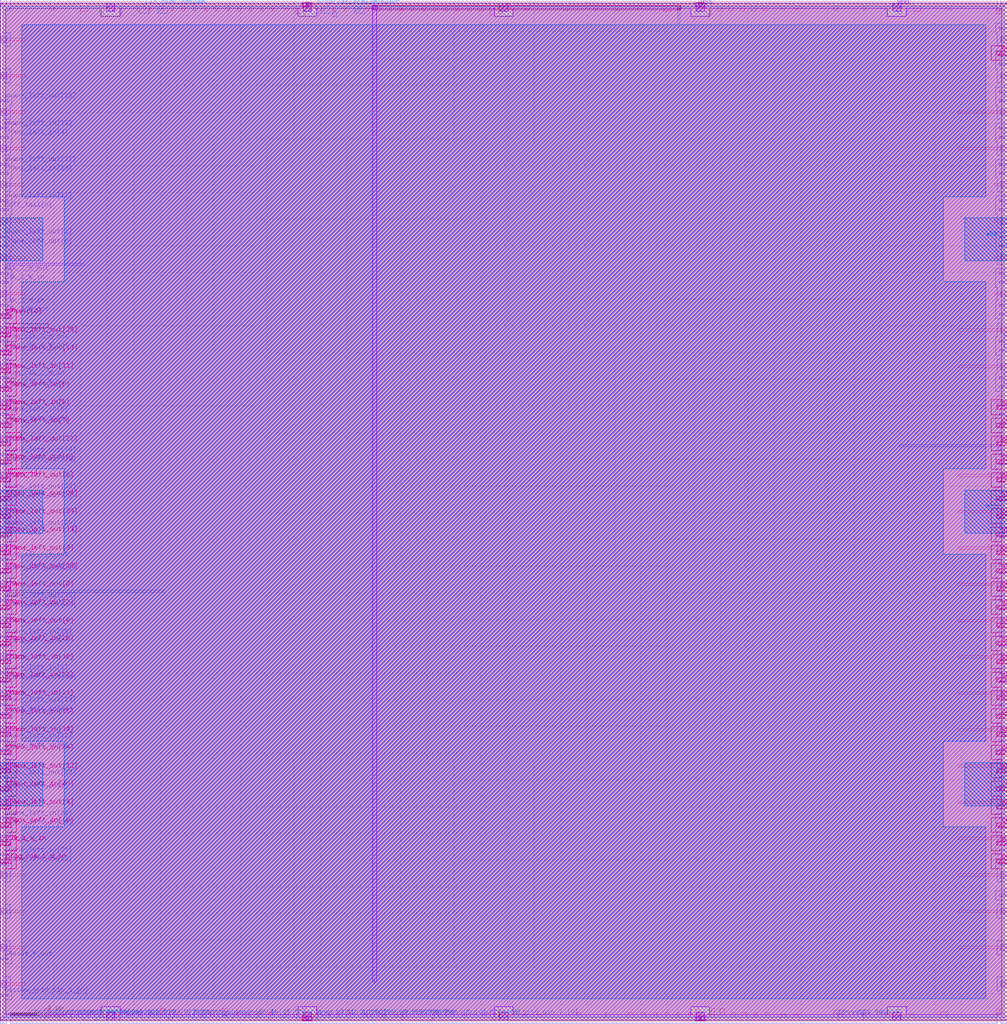
<source format=lef>
VERSION 5.7 ;
BUSBITCHARS "[]" ;

UNITS
  DATABASE MICRONS 1000 ;
END UNITS

MANUFACTURINGGRID 0.005 ;

LAYER li1
  TYPE ROUTING ;
  DIRECTION VERTICAL ;
  PITCH 0.46 ;
  WIDTH 0.17 ;
END li1

LAYER mcon
  TYPE CUT ;
END mcon

LAYER met1
  TYPE ROUTING ;
  DIRECTION HORIZONTAL ;
  PITCH 0.34 ;
  WIDTH 0.14 ;
END met1

LAYER via
  TYPE CUT ;
END via

LAYER met2
  TYPE ROUTING ;
  DIRECTION VERTICAL ;
  PITCH 0.46 ;
  WIDTH 0.14 ;
END met2

LAYER via2
  TYPE CUT ;
END via2

LAYER met3
  TYPE ROUTING ;
  DIRECTION HORIZONTAL ;
  PITCH 0.68 ;
  WIDTH 0.3 ;
END met3

LAYER via3
  TYPE CUT ;
END via3

LAYER met4
  TYPE ROUTING ;
  DIRECTION VERTICAL ;
  PITCH 0.92 ;
  WIDTH 0.3 ;
END met4

LAYER via4
  TYPE CUT ;
END via4

LAYER met5
  TYPE ROUTING ;
  DIRECTION HORIZONTAL ;
  PITCH 3.4 ;
  WIDTH 1.6 ;
END met5

LAYER nwell
  TYPE MASTERSLICE ;
END nwell

LAYER pwell
  TYPE MASTERSLICE ;
END pwell

LAYER OVERLAP
  TYPE OVERLAP ;
END OVERLAP

VIA L1M1_PR
  LAYER li1 ;
    RECT -0.085 -0.085 0.085 0.085 ;
  LAYER mcon ;
    RECT -0.085 -0.085 0.085 0.085 ;
  LAYER met1 ;
    RECT -0.145 -0.115 0.145 0.115 ;
END L1M1_PR

VIA L1M1_PR_R
  LAYER li1 ;
    RECT -0.085 -0.085 0.085 0.085 ;
  LAYER mcon ;
    RECT -0.085 -0.085 0.085 0.085 ;
  LAYER met1 ;
    RECT -0.115 -0.145 0.115 0.145 ;
END L1M1_PR_R

VIA L1M1_PR_M
  LAYER li1 ;
    RECT -0.085 -0.085 0.085 0.085 ;
  LAYER mcon ;
    RECT -0.085 -0.085 0.085 0.085 ;
  LAYER met1 ;
    RECT -0.115 -0.145 0.115 0.145 ;
END L1M1_PR_M

VIA L1M1_PR_MR
  LAYER li1 ;
    RECT -0.085 -0.085 0.085 0.085 ;
  LAYER mcon ;
    RECT -0.085 -0.085 0.085 0.085 ;
  LAYER met1 ;
    RECT -0.145 -0.115 0.145 0.115 ;
END L1M1_PR_MR

VIA L1M1_PR_C
  LAYER li1 ;
    RECT -0.085 -0.085 0.085 0.085 ;
  LAYER mcon ;
    RECT -0.085 -0.085 0.085 0.085 ;
  LAYER met1 ;
    RECT -0.145 -0.145 0.145 0.145 ;
END L1M1_PR_C

VIA M1M2_PR
  LAYER met1 ;
    RECT -0.16 -0.13 0.16 0.13 ;
  LAYER via ;
    RECT -0.075 -0.075 0.075 0.075 ;
  LAYER met2 ;
    RECT -0.13 -0.16 0.13 0.16 ;
END M1M2_PR

VIA M1M2_PR_Enc
  LAYER met1 ;
    RECT -0.16 -0.13 0.16 0.13 ;
  LAYER via ;
    RECT -0.075 -0.075 0.075 0.075 ;
  LAYER met2 ;
    RECT -0.16 -0.13 0.16 0.13 ;
END M1M2_PR_Enc

VIA M1M2_PR_R
  LAYER met1 ;
    RECT -0.13 -0.16 0.13 0.16 ;
  LAYER via ;
    RECT -0.075 -0.075 0.075 0.075 ;
  LAYER met2 ;
    RECT -0.16 -0.13 0.16 0.13 ;
END M1M2_PR_R

VIA M1M2_PR_R_Enc
  LAYER met1 ;
    RECT -0.13 -0.16 0.13 0.16 ;
  LAYER via ;
    RECT -0.075 -0.075 0.075 0.075 ;
  LAYER met2 ;
    RECT -0.13 -0.16 0.13 0.16 ;
END M1M2_PR_R_Enc

VIA M1M2_PR_M
  LAYER met1 ;
    RECT -0.16 -0.13 0.16 0.13 ;
  LAYER via ;
    RECT -0.075 -0.075 0.075 0.075 ;
  LAYER met2 ;
    RECT -0.16 -0.13 0.16 0.13 ;
END M1M2_PR_M

VIA M1M2_PR_M_Enc
  LAYER met1 ;
    RECT -0.16 -0.13 0.16 0.13 ;
  LAYER via ;
    RECT -0.075 -0.075 0.075 0.075 ;
  LAYER met2 ;
    RECT -0.13 -0.16 0.13 0.16 ;
END M1M2_PR_M_Enc

VIA M1M2_PR_MR
  LAYER met1 ;
    RECT -0.13 -0.16 0.13 0.16 ;
  LAYER via ;
    RECT -0.075 -0.075 0.075 0.075 ;
  LAYER met2 ;
    RECT -0.13 -0.16 0.13 0.16 ;
END M1M2_PR_MR

VIA M1M2_PR_MR_Enc
  LAYER met1 ;
    RECT -0.13 -0.16 0.13 0.16 ;
  LAYER via ;
    RECT -0.075 -0.075 0.075 0.075 ;
  LAYER met2 ;
    RECT -0.16 -0.13 0.16 0.13 ;
END M1M2_PR_MR_Enc

VIA M1M2_PR_C
  LAYER met1 ;
    RECT -0.16 -0.16 0.16 0.16 ;
  LAYER via ;
    RECT -0.075 -0.075 0.075 0.075 ;
  LAYER met2 ;
    RECT -0.16 -0.16 0.16 0.16 ;
END M1M2_PR_C

VIA M2M3_PR
  LAYER met2 ;
    RECT -0.14 -0.185 0.14 0.185 ;
  LAYER via2 ;
    RECT -0.1 -0.1 0.1 0.1 ;
  LAYER met3 ;
    RECT -0.165 -0.165 0.165 0.165 ;
END M2M3_PR

VIA M2M3_PR_R
  LAYER met2 ;
    RECT -0.185 -0.14 0.185 0.14 ;
  LAYER via2 ;
    RECT -0.1 -0.1 0.1 0.1 ;
  LAYER met3 ;
    RECT -0.165 -0.165 0.165 0.165 ;
END M2M3_PR_R

VIA M2M3_PR_M
  LAYER met2 ;
    RECT -0.14 -0.185 0.14 0.185 ;
  LAYER via2 ;
    RECT -0.1 -0.1 0.1 0.1 ;
  LAYER met3 ;
    RECT -0.165 -0.165 0.165 0.165 ;
END M2M3_PR_M

VIA M2M3_PR_MR
  LAYER met2 ;
    RECT -0.185 -0.14 0.185 0.14 ;
  LAYER via2 ;
    RECT -0.1 -0.1 0.1 0.1 ;
  LAYER met3 ;
    RECT -0.165 -0.165 0.165 0.165 ;
END M2M3_PR_MR

VIA M2M3_PR_C
  LAYER met2 ;
    RECT -0.185 -0.185 0.185 0.185 ;
  LAYER via2 ;
    RECT -0.1 -0.1 0.1 0.1 ;
  LAYER met3 ;
    RECT -0.165 -0.165 0.165 0.165 ;
END M2M3_PR_C

VIA M3M4_PR
  LAYER met3 ;
    RECT -0.19 -0.16 0.19 0.16 ;
  LAYER via3 ;
    RECT -0.1 -0.1 0.1 0.1 ;
  LAYER met4 ;
    RECT -0.165 -0.165 0.165 0.165 ;
END M3M4_PR

VIA M3M4_PR_R
  LAYER met3 ;
    RECT -0.16 -0.19 0.16 0.19 ;
  LAYER via3 ;
    RECT -0.1 -0.1 0.1 0.1 ;
  LAYER met4 ;
    RECT -0.165 -0.165 0.165 0.165 ;
END M3M4_PR_R

VIA M3M4_PR_M
  LAYER met3 ;
    RECT -0.19 -0.16 0.19 0.16 ;
  LAYER via3 ;
    RECT -0.1 -0.1 0.1 0.1 ;
  LAYER met4 ;
    RECT -0.165 -0.165 0.165 0.165 ;
END M3M4_PR_M

VIA M3M4_PR_MR
  LAYER met3 ;
    RECT -0.16 -0.19 0.16 0.19 ;
  LAYER via3 ;
    RECT -0.1 -0.1 0.1 0.1 ;
  LAYER met4 ;
    RECT -0.165 -0.165 0.165 0.165 ;
END M3M4_PR_MR

VIA M3M4_PR_C
  LAYER met3 ;
    RECT -0.19 -0.19 0.19 0.19 ;
  LAYER via3 ;
    RECT -0.1 -0.1 0.1 0.1 ;
  LAYER met4 ;
    RECT -0.165 -0.165 0.165 0.165 ;
END M3M4_PR_C

VIA M4M5_PR
  LAYER met4 ;
    RECT -0.59 -0.59 0.59 0.59 ;
  LAYER via4 ;
    RECT -0.4 -0.4 0.4 0.4 ;
  LAYER met5 ;
    RECT -0.71 -0.71 0.71 0.71 ;
END M4M5_PR

VIA M4M5_PR_R
  LAYER met4 ;
    RECT -0.59 -0.59 0.59 0.59 ;
  LAYER via4 ;
    RECT -0.4 -0.4 0.4 0.4 ;
  LAYER met5 ;
    RECT -0.71 -0.71 0.71 0.71 ;
END M4M5_PR_R

VIA M4M5_PR_M
  LAYER met4 ;
    RECT -0.59 -0.59 0.59 0.59 ;
  LAYER via4 ;
    RECT -0.4 -0.4 0.4 0.4 ;
  LAYER met5 ;
    RECT -0.71 -0.71 0.71 0.71 ;
END M4M5_PR_M

VIA M4M5_PR_MR
  LAYER met4 ;
    RECT -0.59 -0.59 0.59 0.59 ;
  LAYER via4 ;
    RECT -0.4 -0.4 0.4 0.4 ;
  LAYER met5 ;
    RECT -0.71 -0.71 0.71 0.71 ;
END M4M5_PR_MR

VIA M4M5_PR_C
  LAYER met4 ;
    RECT -0.59 -0.59 0.59 0.59 ;
  LAYER via4 ;
    RECT -0.4 -0.4 0.4 0.4 ;
  LAYER met5 ;
    RECT -0.71 -0.71 0.71 0.71 ;
END M4M5_PR_C

SITE unit
  CLASS CORE ;
  SYMMETRY Y ;
  SIZE 0.46 BY 2.72 ;
END unit

SITE unithddbl
  CLASS CORE ;
  SIZE 0.46 BY 5.44 ;
END unithddbl

MACRO cbx_1__1_
  CLASS BLOCK ;
  ORIGIN 0 0 ;
  SIZE 75.44 BY 76.16 ;
  SYMMETRY X Y ;
  PIN pReset[0]
    DIRECTION INPUT ;
    USE SIGNAL ;
    PORT
      LAYER met3 ;
        RECT 0 52.55 0.8 52.85 ;
    END
  END pReset[0]
  PIN chanx_left_in[0]
    DIRECTION INPUT ;
    USE SIGNAL ;
    PORT
      LAYER met1 ;
        RECT 0 45.32 0.595 45.46 ;
    END
  END chanx_left_in[0]
  PIN chanx_left_in[1]
    DIRECTION INPUT ;
    USE SIGNAL ;
    PORT
      LAYER met1 ;
        RECT 0 25.94 0.595 26.08 ;
    END
  END chanx_left_in[1]
  PIN chanx_left_in[2]
    DIRECTION INPUT ;
    USE SIGNAL ;
    PORT
      LAYER met1 ;
        RECT 0 17.1 0.595 17.24 ;
    END
  END chanx_left_in[2]
  PIN chanx_left_in[3]
    DIRECTION INPUT ;
    USE SIGNAL ;
    PORT
      LAYER met1 ;
        RECT 0 27.98 0.595 28.12 ;
    END
  END chanx_left_in[3]
  PIN chanx_left_in[4]
    DIRECTION INPUT ;
    USE SIGNAL ;
    PORT
      LAYER met1 ;
        RECT 0 66.06 0.595 66.2 ;
    END
  END chanx_left_in[4]
  PIN chanx_left_in[5]
    DIRECTION INPUT ;
    USE SIGNAL ;
    PORT
      LAYER met1 ;
        RECT 0 20.16 0.595 20.3 ;
    END
  END chanx_left_in[5]
  PIN chanx_left_in[6]
    DIRECTION INPUT ;
    USE SIGNAL ;
    PORT
      LAYER met1 ;
        RECT 0 44.64 0.595 44.78 ;
    END
  END chanx_left_in[6]
  PIN chanx_left_in[7]
    DIRECTION INPUT ;
    USE SIGNAL ;
    PORT
      LAYER met3 ;
        RECT 0 44.39 0.8 44.69 ;
    END
  END chanx_left_in[7]
  PIN chanx_left_in[8]
    DIRECTION INPUT ;
    USE SIGNAL ;
    PORT
      LAYER met3 ;
        RECT 0 47.11 0.8 47.41 ;
    END
  END chanx_left_in[8]
  PIN chanx_left_in[9]
    DIRECTION INPUT ;
    USE SIGNAL ;
    PORT
      LAYER met3 ;
        RECT 0 45.75 0.8 46.05 ;
    END
  END chanx_left_in[9]
  PIN chanx_left_in[10]
    DIRECTION INPUT ;
    USE SIGNAL ;
    PORT
      LAYER met3 ;
        RECT 0 26.71 0.8 27.01 ;
    END
  END chanx_left_in[10]
  PIN chanx_left_in[11]
    DIRECTION INPUT ;
    USE SIGNAL ;
    PORT
      LAYER met3 ;
        RECT 0 48.47 0.8 48.77 ;
    END
  END chanx_left_in[11]
  PIN chanx_left_in[12]
    DIRECTION INPUT ;
    USE SIGNAL ;
    PORT
      LAYER met1 ;
        RECT 0 20.84 0.595 20.98 ;
    END
  END chanx_left_in[12]
  PIN chanx_left_in[13]
    DIRECTION INPUT ;
    USE SIGNAL ;
    PORT
      LAYER met1 ;
        RECT 0 66.74 0.595 66.88 ;
    END
  END chanx_left_in[13]
  PIN chanx_left_in[14]
    DIRECTION INPUT ;
    USE SIGNAL ;
    PORT
      LAYER met3 ;
        RECT 0 21.27 0.8 21.57 ;
    END
  END chanx_left_in[14]
  PIN chanx_left_in[15]
    DIRECTION INPUT ;
    USE SIGNAL ;
    PORT
      LAYER met3 ;
        RECT 0 22.63 0.8 22.93 ;
    END
  END chanx_left_in[15]
  PIN chanx_left_in[16]
    DIRECTION INPUT ;
    USE SIGNAL ;
    PORT
      LAYER met1 ;
        RECT 0 63.34 0.595 63.48 ;
    END
  END chanx_left_in[16]
  PIN chanx_left_in[17]
    DIRECTION INPUT ;
    USE SIGNAL ;
    PORT
      LAYER met1 ;
        RECT 0 61.3 0.595 61.44 ;
    END
  END chanx_left_in[17]
  PIN chanx_left_in[18]
    DIRECTION INPUT ;
    USE SIGNAL ;
    PORT
      LAYER met1 ;
        RECT 0 28.66 0.595 28.8 ;
    END
  END chanx_left_in[18]
  PIN chanx_left_in[19]
    DIRECTION INPUT ;
    USE SIGNAL ;
    PORT
      LAYER met3 ;
        RECT 0 14.47 0.8 14.77 ;
    END
  END chanx_left_in[19]
  PIN chanx_left_in[20]
    DIRECTION INPUT ;
    USE SIGNAL ;
    PORT
      LAYER met3 ;
        RECT 0 17.19 0.8 17.49 ;
    END
  END chanx_left_in[20]
  PIN chanx_left_in[21]
    DIRECTION INPUT ;
    USE SIGNAL ;
    PORT
      LAYER met3 ;
        RECT 0 23.99 0.8 24.29 ;
    END
  END chanx_left_in[21]
  PIN chanx_left_in[22]
    DIRECTION INPUT ;
    USE SIGNAL ;
    PORT
      LAYER met1 ;
        RECT 0 15.06 0.595 15.2 ;
    END
  END chanx_left_in[22]
  PIN chanx_left_in[23]
    DIRECTION INPUT ;
    USE SIGNAL ;
    PORT
      LAYER met1 ;
        RECT 0 11.66 0.595 11.8 ;
    END
  END chanx_left_in[23]
  PIN chanx_left_in[24]
    DIRECTION INPUT ;
    USE SIGNAL ;
    PORT
      LAYER met3 ;
        RECT 0 19.91 0.8 20.21 ;
    END
  END chanx_left_in[24]
  PIN chanx_left_in[25]
    DIRECTION INPUT ;
    USE SIGNAL ;
    PORT
      LAYER met1 ;
        RECT 0 12.34 0.595 12.48 ;
    END
  END chanx_left_in[25]
  PIN chanx_left_in[26]
    DIRECTION INPUT ;
    USE SIGNAL ;
    PORT
      LAYER met3 ;
        RECT 0 28.07 0.8 28.37 ;
    END
  END chanx_left_in[26]
  PIN chanx_left_in[27]
    DIRECTION INPUT ;
    USE SIGNAL ;
    PORT
      LAYER met3 ;
        RECT 0 25.35 0.8 25.65 ;
    END
  END chanx_left_in[27]
  PIN chanx_left_in[28]
    DIRECTION INPUT ;
    USE SIGNAL ;
    PORT
      LAYER met1 ;
        RECT 0 14.38 0.595 14.52 ;
    END
  END chanx_left_in[28]
  PIN chanx_left_in[29]
    DIRECTION INPUT ;
    USE SIGNAL ;
    PORT
      LAYER met1 ;
        RECT 0 22.88 0.595 23.02 ;
    END
  END chanx_left_in[29]
  PIN chanx_right_in[0]
    DIRECTION INPUT ;
    USE SIGNAL ;
    PORT
      LAYER met1 ;
        RECT 74.845 20.16 75.44 20.3 ;
    END
  END chanx_right_in[0]
  PIN chanx_right_in[1]
    DIRECTION INPUT ;
    USE SIGNAL ;
    PORT
      LAYER met3 ;
        RECT 74.64 17.19 75.44 17.49 ;
    END
  END chanx_right_in[1]
  PIN chanx_right_in[2]
    DIRECTION INPUT ;
    USE SIGNAL ;
    PORT
      LAYER met1 ;
        RECT 74.845 28.66 75.44 28.8 ;
    END
  END chanx_right_in[2]
  PIN chanx_right_in[3]
    DIRECTION INPUT ;
    USE SIGNAL ;
    PORT
      LAYER met1 ;
        RECT 74.845 25.94 75.44 26.08 ;
    END
  END chanx_right_in[3]
  PIN chanx_right_in[4]
    DIRECTION INPUT ;
    USE SIGNAL ;
    PORT
      LAYER met1 ;
        RECT 74.845 15.06 75.44 15.2 ;
    END
  END chanx_right_in[4]
  PIN chanx_right_in[5]
    DIRECTION INPUT ;
    USE SIGNAL ;
    PORT
      LAYER met3 ;
        RECT 74.64 21.27 75.44 21.57 ;
    END
  END chanx_right_in[5]
  PIN chanx_right_in[6]
    DIRECTION INPUT ;
    USE SIGNAL ;
    PORT
      LAYER met1 ;
        RECT 74.845 27.98 75.44 28.12 ;
    END
  END chanx_right_in[6]
  PIN chanx_right_in[7]
    DIRECTION INPUT ;
    USE SIGNAL ;
    PORT
      LAYER met3 ;
        RECT 74.64 15.83 75.44 16.13 ;
    END
  END chanx_right_in[7]
  PIN chanx_right_in[8]
    DIRECTION INPUT ;
    USE SIGNAL ;
    PORT
      LAYER met1 ;
        RECT 74.845 23.56 75.44 23.7 ;
    END
  END chanx_right_in[8]
  PIN chanx_right_in[9]
    DIRECTION INPUT ;
    USE SIGNAL ;
    PORT
      LAYER met1 ;
        RECT 74.845 33.42 75.44 33.56 ;
    END
  END chanx_right_in[9]
  PIN chanx_right_in[10]
    DIRECTION INPUT ;
    USE SIGNAL ;
    PORT
      LAYER met3 ;
        RECT 74.64 22.63 75.44 22.93 ;
    END
  END chanx_right_in[10]
  PIN chanx_right_in[11]
    DIRECTION INPUT ;
    USE SIGNAL ;
    PORT
      LAYER met3 ;
        RECT 74.64 18.55 75.44 18.85 ;
    END
  END chanx_right_in[11]
  PIN chanx_right_in[12]
    DIRECTION INPUT ;
    USE SIGNAL ;
    PORT
      LAYER met1 ;
        RECT 74.845 20.84 75.44 20.98 ;
    END
  END chanx_right_in[12]
  PIN chanx_right_in[13]
    DIRECTION INPUT ;
    USE SIGNAL ;
    PORT
      LAYER met1 ;
        RECT 74.845 66.06 75.44 66.2 ;
    END
  END chanx_right_in[13]
  PIN chanx_right_in[14]
    DIRECTION INPUT ;
    USE SIGNAL ;
    PORT
      LAYER met3 ;
        RECT 74.64 14.47 75.44 14.77 ;
    END
  END chanx_right_in[14]
  PIN chanx_right_in[15]
    DIRECTION INPUT ;
    USE SIGNAL ;
    PORT
      LAYER met1 ;
        RECT 74.845 30.7 75.44 30.84 ;
    END
  END chanx_right_in[15]
  PIN chanx_right_in[16]
    DIRECTION INPUT ;
    USE SIGNAL ;
    PORT
      LAYER met3 ;
        RECT 74.64 45.75 75.44 46.05 ;
    END
  END chanx_right_in[16]
  PIN chanx_right_in[17]
    DIRECTION INPUT ;
    USE SIGNAL ;
    PORT
      LAYER met1 ;
        RECT 74.845 31.38 75.44 31.52 ;
    END
  END chanx_right_in[17]
  PIN chanx_right_in[18]
    DIRECTION INPUT ;
    USE SIGNAL ;
    PORT
      LAYER met1 ;
        RECT 74.845 17.44 75.44 17.58 ;
    END
  END chanx_right_in[18]
  PIN chanx_right_in[19]
    DIRECTION INPUT ;
    USE SIGNAL ;
    PORT
      LAYER met1 ;
        RECT 74.845 72.18 75.44 72.32 ;
    END
  END chanx_right_in[19]
  PIN chanx_right_in[20]
    DIRECTION INPUT ;
    USE SIGNAL ;
    PORT
      LAYER met1 ;
        RECT 74.845 25.26 75.44 25.4 ;
    END
  END chanx_right_in[20]
  PIN chanx_right_in[21]
    DIRECTION INPUT ;
    USE SIGNAL ;
    PORT
      LAYER met3 ;
        RECT 74.64 26.71 75.44 27.01 ;
    END
  END chanx_right_in[21]
  PIN chanx_right_in[22]
    DIRECTION INPUT ;
    USE SIGNAL ;
    PORT
      LAYER met1 ;
        RECT 74.845 14.38 75.44 14.52 ;
    END
  END chanx_right_in[22]
  PIN chanx_right_in[23]
    DIRECTION INPUT ;
    USE SIGNAL ;
    PORT
      LAYER met1 ;
        RECT 74.845 63.34 75.44 63.48 ;
    END
  END chanx_right_in[23]
  PIN chanx_right_in[24]
    DIRECTION INPUT ;
    USE SIGNAL ;
    PORT
      LAYER met1 ;
        RECT 74.845 57.9 75.44 58.04 ;
    END
  END chanx_right_in[24]
  PIN chanx_right_in[25]
    DIRECTION INPUT ;
    USE SIGNAL ;
    PORT
      LAYER met3 ;
        RECT 74.64 44.39 75.44 44.69 ;
    END
  END chanx_right_in[25]
  PIN chanx_right_in[26]
    DIRECTION INPUT ;
    USE SIGNAL ;
    PORT
      LAYER met3 ;
        RECT 74.64 28.07 75.44 28.37 ;
    END
  END chanx_right_in[26]
  PIN chanx_right_in[27]
    DIRECTION INPUT ;
    USE SIGNAL ;
    PORT
      LAYER met3 ;
        RECT 74.64 23.99 75.44 24.29 ;
    END
  END chanx_right_in[27]
  PIN chanx_right_in[28]
    DIRECTION INPUT ;
    USE SIGNAL ;
    PORT
      LAYER met1 ;
        RECT 74.845 22.88 75.44 23.02 ;
    END
  END chanx_right_in[28]
  PIN chanx_right_in[29]
    DIRECTION INPUT ;
    USE SIGNAL ;
    PORT
      LAYER met1 ;
        RECT 74.845 11.66 75.44 11.8 ;
    END
  END chanx_right_in[29]
  PIN ccff_head[0]
    DIRECTION INPUT ;
    USE SIGNAL ;
    PORT
      LAYER met1 ;
        RECT 74.845 45.32 75.44 45.46 ;
    END
  END ccff_head[0]
  PIN chanx_left_out[0]
    DIRECTION OUTPUT ;
    USE SIGNAL ;
    PORT
      LAYER met1 ;
        RECT 0 57.9 0.595 58.04 ;
    END
  END chanx_left_out[0]
  PIN chanx_left_out[1]
    DIRECTION OUTPUT ;
    USE SIGNAL ;
    PORT
      LAYER met1 ;
        RECT 0 58.58 0.595 58.72 ;
    END
  END chanx_left_out[1]
  PIN chanx_left_out[2]
    DIRECTION OUTPUT ;
    USE SIGNAL ;
    PORT
      LAYER met3 ;
        RECT 0 32.15 0.8 32.45 ;
    END
  END chanx_left_out[2]
  PIN chanx_left_out[3]
    DIRECTION OUTPUT ;
    USE SIGNAL ;
    PORT
      LAYER met3 ;
        RECT 0 30.79 0.8 31.09 ;
    END
  END chanx_left_out[3]
  PIN chanx_left_out[4]
    DIRECTION OUTPUT ;
    USE SIGNAL ;
    PORT
      LAYER met3 ;
        RECT 0 15.83 0.8 16.13 ;
    END
  END chanx_left_out[4]
  PIN chanx_left_out[5]
    DIRECTION OUTPUT ;
    USE SIGNAL ;
    PORT
      LAYER met3 ;
        RECT 0 41.67 0.8 41.97 ;
    END
  END chanx_left_out[5]
  PIN chanx_left_out[6]
    DIRECTION OUTPUT ;
    USE SIGNAL ;
    PORT
      LAYER met3 ;
        RECT 0 40.31 0.8 40.61 ;
    END
  END chanx_left_out[6]
  PIN chanx_left_out[7]
    DIRECTION OUTPUT ;
    USE SIGNAL ;
    PORT
      LAYER met1 ;
        RECT 0 38.86 0.595 39 ;
    END
  END chanx_left_out[7]
  PIN chanx_left_out[8]
    DIRECTION OUTPUT ;
    USE SIGNAL ;
    PORT
      LAYER met3 ;
        RECT 0 34.87 0.8 35.17 ;
    END
  END chanx_left_out[8]
  PIN chanx_left_out[9]
    DIRECTION OUTPUT ;
    USE SIGNAL ;
    PORT
      LAYER met3 ;
        RECT 0 29.43 0.8 29.73 ;
    END
  END chanx_left_out[9]
  PIN chanx_left_out[10]
    DIRECTION OUTPUT ;
    USE SIGNAL ;
    PORT
      LAYER met1 ;
        RECT 0 41.58 0.595 41.72 ;
    END
  END chanx_left_out[10]
  PIN chanx_left_out[11]
    DIRECTION OUTPUT ;
    USE SIGNAL ;
    PORT
      LAYER met1 ;
        RECT 0 33.42 0.595 33.56 ;
    END
  END chanx_left_out[11]
  PIN chanx_left_out[12]
    DIRECTION OUTPUT ;
    USE SIGNAL ;
    PORT
      LAYER met3 ;
        RECT 0 18.55 0.8 18.85 ;
    END
  END chanx_left_out[12]
  PIN chanx_left_out[13]
    DIRECTION OUTPUT ;
    USE SIGNAL ;
    PORT
      LAYER met3 ;
        RECT 0 36.23 0.8 36.53 ;
    END
  END chanx_left_out[13]
  PIN chanx_left_out[14]
    DIRECTION OUTPUT ;
    USE SIGNAL ;
    PORT
      LAYER met1 ;
        RECT 0 42.26 0.595 42.4 ;
    END
  END chanx_left_out[14]
  PIN chanx_left_out[15]
    DIRECTION OUTPUT ;
    USE SIGNAL ;
    PORT
      LAYER met1 ;
        RECT 0 68.78 0.595 68.92 ;
    END
  END chanx_left_out[15]
  PIN chanx_left_out[16]
    DIRECTION OUTPUT ;
    USE SIGNAL ;
    PORT
      LAYER met3 ;
        RECT 0 33.51 0.8 33.81 ;
    END
  END chanx_left_out[16]
  PIN chanx_left_out[17]
    DIRECTION OUTPUT ;
    USE SIGNAL ;
    PORT
      LAYER met1 ;
        RECT 0 30.7 0.595 30.84 ;
    END
  END chanx_left_out[17]
  PIN chanx_left_out[18]
    DIRECTION OUTPUT ;
    USE SIGNAL ;
    PORT
      LAYER met3 ;
        RECT 0 49.83 0.8 50.13 ;
    END
  END chanx_left_out[18]
  PIN chanx_left_out[19]
    DIRECTION OUTPUT ;
    USE SIGNAL ;
    PORT
      LAYER met1 ;
        RECT 0 25.26 0.595 25.4 ;
    END
  END chanx_left_out[19]
  PIN chanx_left_out[20]
    DIRECTION OUTPUT ;
    USE SIGNAL ;
    PORT
      LAYER met1 ;
        RECT 0 36.82 0.595 36.96 ;
    END
  END chanx_left_out[20]
  PIN chanx_left_out[21]
    DIRECTION OUTPUT ;
    USE SIGNAL ;
    PORT
      LAYER met1 ;
        RECT 0 64.02 0.595 64.16 ;
    END
  END chanx_left_out[21]
  PIN chanx_left_out[22]
    DIRECTION OUTPUT ;
    USE SIGNAL ;
    PORT
      LAYER met1 ;
        RECT 0 39.54 0.595 39.68 ;
    END
  END chanx_left_out[22]
  PIN chanx_left_out[23]
    DIRECTION OUTPUT ;
    USE SIGNAL ;
    PORT
      LAYER met1 ;
        RECT 0 23.56 0.595 23.7 ;
    END
  END chanx_left_out[23]
  PIN chanx_left_out[24]
    DIRECTION OUTPUT ;
    USE SIGNAL ;
    PORT
      LAYER met3 ;
        RECT 0 38.95 0.8 39.25 ;
    END
  END chanx_left_out[24]
  PIN chanx_left_out[25]
    DIRECTION OUTPUT ;
    USE SIGNAL ;
    PORT
      LAYER met1 ;
        RECT 0 31.38 0.595 31.52 ;
    END
  END chanx_left_out[25]
  PIN chanx_left_out[26]
    DIRECTION OUTPUT ;
    USE SIGNAL ;
    PORT
      LAYER met3 ;
        RECT 0 51.19 0.8 51.49 ;
    END
  END chanx_left_out[26]
  PIN chanx_left_out[27]
    DIRECTION OUTPUT ;
    USE SIGNAL ;
    PORT
      LAYER met3 ;
        RECT 0 43.03 0.8 43.33 ;
    END
  END chanx_left_out[27]
  PIN chanx_left_out[28]
    DIRECTION OUTPUT ;
    USE SIGNAL ;
    PORT
      LAYER met1 ;
        RECT 0 18.12 0.595 18.26 ;
    END
  END chanx_left_out[28]
  PIN chanx_left_out[29]
    DIRECTION OUTPUT ;
    USE SIGNAL ;
    PORT
      LAYER met3 ;
        RECT 0 37.59 0.8 37.89 ;
    END
  END chanx_left_out[29]
  PIN chanx_right_out[0]
    DIRECTION OUTPUT ;
    USE SIGNAL ;
    PORT
      LAYER met3 ;
        RECT 74.64 38.95 75.44 39.25 ;
    END
  END chanx_right_out[0]
  PIN chanx_right_out[1]
    DIRECTION OUTPUT ;
    USE SIGNAL ;
    PORT
      LAYER met1 ;
        RECT 74.845 39.54 75.44 39.68 ;
    END
  END chanx_right_out[1]
  PIN chanx_right_out[2]
    DIRECTION OUTPUT ;
    USE SIGNAL ;
    PORT
      LAYER met1 ;
        RECT 74.845 58.58 75.44 58.72 ;
    END
  END chanx_right_out[2]
  PIN chanx_right_out[3]
    DIRECTION OUTPUT ;
    USE SIGNAL ;
    PORT
      LAYER met1 ;
        RECT 74.845 68.78 75.44 68.92 ;
    END
  END chanx_right_out[3]
  PIN chanx_right_out[4]
    DIRECTION OUTPUT ;
    USE SIGNAL ;
    PORT
      LAYER met3 ;
        RECT 74.64 19.91 75.44 20.21 ;
    END
  END chanx_right_out[4]
  PIN chanx_right_out[5]
    DIRECTION OUTPUT ;
    USE SIGNAL ;
    PORT
      LAYER met1 ;
        RECT 74.845 36.82 75.44 36.96 ;
    END
  END chanx_right_out[5]
  PIN chanx_right_out[6]
    DIRECTION OUTPUT ;
    USE SIGNAL ;
    PORT
      LAYER met3 ;
        RECT 74.64 41.67 75.44 41.97 ;
    END
  END chanx_right_out[6]
  PIN chanx_right_out[7]
    DIRECTION OUTPUT ;
    USE SIGNAL ;
    PORT
      LAYER met3 ;
        RECT 74.64 34.87 75.44 35.17 ;
    END
  END chanx_right_out[7]
  PIN chanx_right_out[8]
    DIRECTION OUTPUT ;
    USE SIGNAL ;
    PORT
      LAYER met3 ;
        RECT 74.64 40.31 75.44 40.61 ;
    END
  END chanx_right_out[8]
  PIN chanx_right_out[9]
    DIRECTION OUTPUT ;
    USE SIGNAL ;
    PORT
      LAYER met1 ;
        RECT 74.845 42.26 75.44 42.4 ;
    END
  END chanx_right_out[9]
  PIN chanx_right_out[10]
    DIRECTION OUTPUT ;
    USE SIGNAL ;
    PORT
      LAYER met3 ;
        RECT 74.64 29.43 75.44 29.73 ;
    END
  END chanx_right_out[10]
  PIN chanx_right_out[11]
    DIRECTION OUTPUT ;
    USE SIGNAL ;
    PORT
      LAYER met3 ;
        RECT 74.64 33.51 75.44 33.81 ;
    END
  END chanx_right_out[11]
  PIN chanx_right_out[12]
    DIRECTION OUTPUT ;
    USE SIGNAL ;
    PORT
      LAYER met3 ;
        RECT 74.64 32.15 75.44 32.45 ;
    END
  END chanx_right_out[12]
  PIN chanx_right_out[13]
    DIRECTION OUTPUT ;
    USE SIGNAL ;
    PORT
      LAYER met1 ;
        RECT 74.845 34.1 75.44 34.24 ;
    END
  END chanx_right_out[13]
  PIN chanx_right_out[14]
    DIRECTION OUTPUT ;
    USE SIGNAL ;
    PORT
      LAYER met1 ;
        RECT 74.845 64.02 75.44 64.16 ;
    END
  END chanx_right_out[14]
  PIN chanx_right_out[15]
    DIRECTION OUTPUT ;
    USE SIGNAL ;
    PORT
      LAYER met1 ;
        RECT 74.845 18.12 75.44 18.26 ;
    END
  END chanx_right_out[15]
  PIN chanx_right_out[16]
    DIRECTION OUTPUT ;
    USE SIGNAL ;
    PORT
      LAYER met1 ;
        RECT 74.845 66.74 75.44 66.88 ;
    END
  END chanx_right_out[16]
  PIN chanx_right_out[17]
    DIRECTION OUTPUT ;
    USE SIGNAL ;
    PORT
      LAYER met1 ;
        RECT 74.845 71.5 75.44 71.64 ;
    END
  END chanx_right_out[17]
  PIN chanx_right_out[18]
    DIRECTION OUTPUT ;
    USE SIGNAL ;
    PORT
      LAYER met1 ;
        RECT 74.845 41.58 75.44 41.72 ;
    END
  END chanx_right_out[18]
  PIN chanx_right_out[19]
    DIRECTION OUTPUT ;
    USE SIGNAL ;
    PORT
      LAYER met1 ;
        RECT 74.845 61.3 75.44 61.44 ;
    END
  END chanx_right_out[19]
  PIN chanx_right_out[20]
    DIRECTION OUTPUT ;
    USE SIGNAL ;
    PORT
      LAYER met3 ;
        RECT 74.64 36.23 75.44 36.53 ;
    END
  END chanx_right_out[20]
  PIN chanx_right_out[21]
    DIRECTION OUTPUT ;
    USE SIGNAL ;
    PORT
      LAYER met1 ;
        RECT 74.845 60.62 75.44 60.76 ;
    END
  END chanx_right_out[21]
  PIN chanx_right_out[22]
    DIRECTION OUTPUT ;
    USE SIGNAL ;
    PORT
      LAYER met3 ;
        RECT 74.64 37.59 75.44 37.89 ;
    END
  END chanx_right_out[22]
  PIN chanx_right_out[23]
    DIRECTION OUTPUT ;
    USE SIGNAL ;
    PORT
      LAYER met1 ;
        RECT 74.845 44.64 75.44 44.78 ;
    END
  END chanx_right_out[23]
  PIN chanx_right_out[24]
    DIRECTION OUTPUT ;
    USE SIGNAL ;
    PORT
      LAYER met3 ;
        RECT 74.64 43.03 75.44 43.33 ;
    END
  END chanx_right_out[24]
  PIN chanx_right_out[25]
    DIRECTION OUTPUT ;
    USE SIGNAL ;
    PORT
      LAYER met1 ;
        RECT 74.845 36.14 75.44 36.28 ;
    END
  END chanx_right_out[25]
  PIN chanx_right_out[26]
    DIRECTION OUTPUT ;
    USE SIGNAL ;
    PORT
      LAYER met1 ;
        RECT 74.845 38.86 75.44 39 ;
    END
  END chanx_right_out[26]
  PIN chanx_right_out[27]
    DIRECTION OUTPUT ;
    USE SIGNAL ;
    PORT
      LAYER met3 ;
        RECT 74.64 30.79 75.44 31.09 ;
    END
  END chanx_right_out[27]
  PIN chanx_right_out[28]
    DIRECTION OUTPUT ;
    USE SIGNAL ;
    PORT
      LAYER met1 ;
        RECT 74.845 69.46 75.44 69.6 ;
    END
  END chanx_right_out[28]
  PIN chanx_right_out[29]
    DIRECTION OUTPUT ;
    USE SIGNAL ;
    PORT
      LAYER met3 ;
        RECT 74.64 25.35 75.44 25.65 ;
    END
  END chanx_right_out[29]
  PIN bottom_grid_pin_0_[0]
    DIRECTION OUTPUT ;
    USE SIGNAL ;
    PORT
      LAYER met2 ;
        RECT 3.38 0 3.52 0.485 ;
    END
  END bottom_grid_pin_0_[0]
  PIN bottom_grid_pin_1_[0]
    DIRECTION OUTPUT ;
    USE SIGNAL ;
    PORT
      LAYER met1 ;
        RECT 0 1.8 0.595 1.94 ;
    END
  END bottom_grid_pin_1_[0]
  PIN bottom_grid_pin_2_[0]
    DIRECTION OUTPUT ;
    USE SIGNAL ;
    PORT
      LAYER met2 ;
        RECT 2.46 0 2.6 0.485 ;
    END
  END bottom_grid_pin_2_[0]
  PIN bottom_grid_pin_3_[0]
    DIRECTION OUTPUT ;
    USE SIGNAL ;
    PORT
      LAYER met2 ;
        RECT 4.3 0 4.44 0.485 ;
    END
  END bottom_grid_pin_3_[0]
  PIN bottom_grid_pin_4_[0]
    DIRECTION OUTPUT ;
    USE SIGNAL ;
    PORT
      LAYER met2 ;
        RECT 15.34 0 15.48 0.485 ;
    END
  END bottom_grid_pin_4_[0]
  PIN bottom_grid_pin_5_[0]
    DIRECTION OUTPUT ;
    USE SIGNAL ;
    PORT
      LAYER met2 ;
        RECT 30.06 0 30.2 0.485 ;
    END
  END bottom_grid_pin_5_[0]
  PIN bottom_grid_pin_6_[0]
    DIRECTION OUTPUT ;
    USE SIGNAL ;
    PORT
      LAYER met2 ;
        RECT 27.76 0 27.9 0.485 ;
    END
  END bottom_grid_pin_6_[0]
  PIN bottom_grid_pin_7_[0]
    DIRECTION OUTPUT ;
    USE SIGNAL ;
    PORT
      LAYER met2 ;
        RECT 36.96 0 37.1 0.485 ;
    END
  END bottom_grid_pin_7_[0]
  PIN bottom_grid_pin_8_[0]
    DIRECTION OUTPUT ;
    USE SIGNAL ;
    PORT
      LAYER met2 ;
        RECT 8.9 0 9.04 0.485 ;
    END
  END bottom_grid_pin_8_[0]
  PIN bottom_grid_pin_9_[0]
    DIRECTION OUTPUT ;
    USE SIGNAL ;
    PORT
      LAYER met2 ;
        RECT 7.98 0 8.12 0.485 ;
    END
  END bottom_grid_pin_9_[0]
  PIN bottom_grid_pin_10_[0]
    DIRECTION OUTPUT ;
    USE SIGNAL ;
    PORT
      LAYER met2 ;
        RECT 5.22 0 5.36 0.485 ;
    END
  END bottom_grid_pin_10_[0]
  PIN bottom_grid_pin_11_[0]
    DIRECTION OUTPUT ;
    USE SIGNAL ;
    PORT
      LAYER met2 ;
        RECT 6.14 0 6.28 0.485 ;
    END
  END bottom_grid_pin_11_[0]
  PIN bottom_grid_pin_12_[0]
    DIRECTION OUTPUT ;
    USE SIGNAL ;
    PORT
      LAYER met2 ;
        RECT 22.24 0 22.38 0.485 ;
    END
  END bottom_grid_pin_12_[0]
  PIN bottom_grid_pin_13_[0]
    DIRECTION OUTPUT ;
    USE SIGNAL ;
    PORT
      LAYER met2 ;
        RECT 14.42 0 14.56 0.485 ;
    END
  END bottom_grid_pin_13_[0]
  PIN bottom_grid_pin_14_[0]
    DIRECTION OUTPUT ;
    USE SIGNAL ;
    PORT
      LAYER met2 ;
        RECT 32.36 0 32.5 0.485 ;
    END
  END bottom_grid_pin_14_[0]
  PIN bottom_grid_pin_15_[0]
    DIRECTION OUTPUT ;
    USE SIGNAL ;
    PORT
      LAYER met2 ;
        RECT 16.26 0 16.4 0.485 ;
    END
  END bottom_grid_pin_15_[0]
  PIN ccff_tail[0]
    DIRECTION OUTPUT ;
    USE SIGNAL ;
    PORT
      LAYER met1 ;
        RECT 0 60.62 0.595 60.76 ;
    END
  END ccff_tail[0]
  PIN SC_IN_TOP
    DIRECTION INPUT ;
    USE SIGNAL ;
    PORT
      LAYER met1 ;
        RECT 74.845 74.22 75.44 74.36 ;
    END
  END SC_IN_TOP
  PIN SC_OUT_BOT
    DIRECTION OUTPUT ;
    USE SIGNAL ;
    PORT
      LAYER met2 ;
        RECT 25.92 0 26.06 0.485 ;
    END
  END SC_OUT_BOT
  PIN SC_IN_BOT
    DIRECTION INPUT ;
    USE SIGNAL ;
    PORT
      LAYER met2 ;
        RECT 64.56 0 64.7 0.485 ;
    END
  END SC_IN_BOT
  PIN SC_OUT_TOP
    DIRECTION OUTPUT ;
    USE SIGNAL ;
    PORT
      LAYER met2 ;
        RECT 26.84 75.675 26.98 76.16 ;
    END
  END SC_OUT_TOP
  PIN REGIN_FEEDTHROUGH
    DIRECTION INPUT ;
    USE SIGNAL ;
    PORT
      LAYER met3 ;
        RECT 74.64 72.27 75.44 72.57 ;
    END
  END REGIN_FEEDTHROUGH
  PIN REGOUT_FEEDTHROUGH
    DIRECTION OUTPUT ;
    USE SIGNAL ;
    PORT
      LAYER met2 ;
        RECT 28.68 0 28.82 0.485 ;
    END
  END REGOUT_FEEDTHROUGH
  PIN CIN_FEEDTHROUGH
    DIRECTION INPUT ;
    USE SIGNAL ;
    PORT
      LAYER met2 ;
        RECT 10.74 75.675 10.88 76.16 ;
    END
  END CIN_FEEDTHROUGH
  PIN COUT_FEEDTHROUGH
    DIRECTION OUTPUT ;
    USE SIGNAL ;
    PORT
      LAYER met2 ;
        RECT 7.06 0 7.2 0.485 ;
    END
  END COUT_FEEDTHROUGH
  PIN pReset_E_in
    DIRECTION INPUT ;
    USE SIGNAL ;
    PORT
      LAYER met1 ;
        RECT 74.845 9.28 75.44 9.42 ;
    END
  END pReset_E_in
  PIN pReset_W_in
    DIRECTION INPUT ;
    USE SIGNAL ;
    PORT
      LAYER met1 ;
        RECT 0 36.14 0.595 36.28 ;
    END
  END pReset_W_in
  PIN pReset_W_out
    DIRECTION OUTPUT ;
    USE SIGNAL ;
    PORT
      LAYER met1 ;
        RECT 0 4.52 0.595 4.66 ;
    END
  END pReset_W_out
  PIN pReset_S_out
    DIRECTION OUTPUT ;
    USE SIGNAL ;
    PORT
      LAYER met2 ;
        RECT 62.72 0 62.86 0.485 ;
    END
  END pReset_S_out
  PIN pReset_E_out
    DIRECTION OUTPUT ;
    USE SIGNAL ;
    PORT
      LAYER met3 ;
        RECT 74.64 11.75 75.44 12.05 ;
    END
  END pReset_E_out
  PIN prog_clk_0_N_in
    DIRECTION INPUT ;
    USE CLOCK ;
    PORT
      LAYER met2 ;
        RECT 23.62 75.675 23.76 76.16 ;
    END
  END prog_clk_0_N_in
  PIN prog_clk_0_W_out
    DIRECTION OUTPUT ;
    USE CLOCK ;
    PORT
      LAYER met1 ;
        RECT 0 34.44 0.595 34.58 ;
    END
  END prog_clk_0_W_out
  PIN prog_clk_1_W_in
    DIRECTION INPUT ;
    USE SIGNAL ;
    PORT
      LAYER met3 ;
        RECT 0 11.75 0.8 12.05 ;
    END
  END prog_clk_1_W_in
  PIN prog_clk_1_E_in
    DIRECTION INPUT ;
    USE SIGNAL ;
    PORT
      LAYER met3 ;
        RECT 74.64 13.11 75.44 13.41 ;
    END
  END prog_clk_1_E_in
  PIN prog_clk_1_N_out
    DIRECTION OUTPUT ;
    USE SIGNAL ;
    PORT
      LAYER met2 ;
        RECT 24.54 75.675 24.68 76.16 ;
    END
  END prog_clk_1_N_out
  PIN prog_clk_1_S_out
    DIRECTION OUTPUT ;
    USE SIGNAL ;
    PORT
      LAYER met2 ;
        RECT 23.62 0 23.76 0.485 ;
    END
  END prog_clk_1_S_out
  PIN prog_clk_2_E_in
    DIRECTION INPUT ;
    USE SIGNAL ;
    PORT
      LAYER met1 ;
        RECT 74.845 50.08 75.44 50.22 ;
    END
  END prog_clk_2_E_in
  PIN prog_clk_2_W_in
    DIRECTION INPUT ;
    USE SIGNAL ;
    PORT
      LAYER met1 ;
        RECT 0 47.36 0.595 47.5 ;
    END
  END prog_clk_2_W_in
  PIN prog_clk_2_W_out
    DIRECTION OUTPUT ;
    USE SIGNAL ;
    PORT
      LAYER met1 ;
        RECT 0 50.08 0.595 50.22 ;
    END
  END prog_clk_2_W_out
  PIN prog_clk_2_E_out
    DIRECTION OUTPUT ;
    USE SIGNAL ;
    PORT
      LAYER met1 ;
        RECT 74.845 47.36 75.44 47.5 ;
    END
  END prog_clk_2_E_out
  PIN prog_clk_3_W_in
    DIRECTION INPUT ;
    USE SIGNAL ;
    PORT
      LAYER met1 ;
        RECT 0 48.04 0.595 48.18 ;
    END
  END prog_clk_3_W_in
  PIN prog_clk_3_E_in
    DIRECTION INPUT ;
    USE SIGNAL ;
    PORT
      LAYER met1 ;
        RECT 74.845 50.76 75.44 50.9 ;
    END
  END prog_clk_3_E_in
  PIN prog_clk_3_E_out
    DIRECTION OUTPUT ;
    USE SIGNAL ;
    PORT
      LAYER met1 ;
        RECT 74.845 48.04 75.44 48.18 ;
    END
  END prog_clk_3_E_out
  PIN prog_clk_3_W_out
    DIRECTION OUTPUT ;
    USE SIGNAL ;
    PORT
      LAYER met1 ;
        RECT 0 50.76 0.595 50.9 ;
    END
  END prog_clk_3_W_out
  PIN clk_1_W_in
    DIRECTION INPUT ;
    USE SIGNAL ;
    PORT
      LAYER met3 ;
        RECT 0 13.11 0.8 13.41 ;
    END
  END clk_1_W_in
  PIN clk_1_E_in
    DIRECTION INPUT ;
    USE SIGNAL ;
    PORT
      LAYER met1 ;
        RECT 74.845 12.68 75.44 12.82 ;
    END
  END clk_1_E_in
  PIN clk_1_N_out
    DIRECTION OUTPUT ;
    USE SIGNAL ;
    PORT
      LAYER met2 ;
        RECT 12.12 75.675 12.26 76.16 ;
    END
  END clk_1_N_out
  PIN clk_1_S_out
    DIRECTION OUTPUT ;
    USE SIGNAL ;
    PORT
      LAYER met2 ;
        RECT 12.58 0 12.72 0.485 ;
    END
  END clk_1_S_out
  PIN clk_2_E_in
    DIRECTION INPUT ;
    USE SIGNAL ;
    PORT
      LAYER met1 ;
        RECT 74.845 52.8 75.44 52.94 ;
    END
  END clk_2_E_in
  PIN clk_2_W_in
    DIRECTION INPUT ;
    USE SIGNAL ;
    PORT
      LAYER met1 ;
        RECT 0 55.18 0.595 55.32 ;
    END
  END clk_2_W_in
  PIN clk_2_W_out
    DIRECTION OUTPUT ;
    USE SIGNAL ;
    PORT
      LAYER met1 ;
        RECT 0 52.8 0.595 52.94 ;
    END
  END clk_2_W_out
  PIN clk_2_E_out
    DIRECTION OUTPUT ;
    USE SIGNAL ;
    PORT
      LAYER met1 ;
        RECT 74.845 53.48 75.44 53.62 ;
    END
  END clk_2_E_out
  PIN clk_3_W_in
    DIRECTION INPUT ;
    USE SIGNAL ;
    PORT
      LAYER met1 ;
        RECT 0 53.48 0.595 53.62 ;
    END
  END clk_3_W_in
  PIN clk_3_E_in
    DIRECTION INPUT ;
    USE SIGNAL ;
    PORT
      LAYER met1 ;
        RECT 74.845 55.86 75.44 56 ;
    END
  END clk_3_E_in
  PIN clk_3_E_out
    DIRECTION OUTPUT ;
    USE SIGNAL ;
    PORT
      LAYER met1 ;
        RECT 74.845 55.18 75.44 55.32 ;
    END
  END clk_3_E_out
  PIN clk_3_W_out
    DIRECTION OUTPUT ;
    USE SIGNAL ;
    PORT
      LAYER met1 ;
        RECT 0 55.86 0.595 56 ;
    END
  END clk_3_W_out
  PIN VDD
    DIRECTION INPUT ;
    USE POWER ;
    PORT
      LAYER met5 ;
        RECT 0 16.08 3.2 19.28 ;
        RECT 72.24 16.08 75.44 19.28 ;
        RECT 0 56.88 3.2 60.08 ;
        RECT 72.24 56.88 75.44 60.08 ;
      LAYER met4 ;
        RECT 7.98 0 8.58 0.6 ;
        RECT 37.42 0 38.02 0.6 ;
        RECT 66.86 0 67.46 0.6 ;
        RECT 7.98 75.56 8.58 76.16 ;
        RECT 37.42 75.56 38.02 76.16 ;
        RECT 66.86 75.56 67.46 76.16 ;
      LAYER met1 ;
        RECT 0 2.48 0.48 2.96 ;
        RECT 74.96 2.48 75.44 2.96 ;
        RECT 0 7.92 0.48 8.4 ;
        RECT 74.96 7.92 75.44 8.4 ;
        RECT 0 13.36 0.48 13.84 ;
        RECT 74.96 13.36 75.44 13.84 ;
        RECT 0 18.8 0.48 19.28 ;
        RECT 74.96 18.8 75.44 19.28 ;
        RECT 0 24.24 0.48 24.72 ;
        RECT 74.96 24.24 75.44 24.72 ;
        RECT 0 29.68 0.48 30.16 ;
        RECT 74.96 29.68 75.44 30.16 ;
        RECT 0 35.12 0.48 35.6 ;
        RECT 74.96 35.12 75.44 35.6 ;
        RECT 0 40.56 0.48 41.04 ;
        RECT 74.96 40.56 75.44 41.04 ;
        RECT 0 46 0.48 46.48 ;
        RECT 74.96 46 75.44 46.48 ;
        RECT 0 51.44 0.48 51.92 ;
        RECT 74.96 51.44 75.44 51.92 ;
        RECT 0 56.88 0.48 57.36 ;
        RECT 74.96 56.88 75.44 57.36 ;
        RECT 0 62.32 0.48 62.8 ;
        RECT 74.96 62.32 75.44 62.8 ;
        RECT 0 67.76 0.48 68.24 ;
        RECT 74.96 67.76 75.44 68.24 ;
        RECT 0 73.2 0.48 73.68 ;
        RECT 74.96 73.2 75.44 73.68 ;
    END
  END VDD
  PIN VSS
    DIRECTION INPUT ;
    USE GROUND ;
    PORT
      LAYER met5 ;
        RECT 0 36.48 3.2 39.68 ;
        RECT 72.24 36.48 75.44 39.68 ;
      LAYER met4 ;
        RECT 22.7 0 23.3 0.6 ;
        RECT 52.14 0 52.74 0.6 ;
        RECT 22.7 75.56 23.3 76.16 ;
        RECT 52.14 75.56 52.74 76.16 ;
      LAYER met1 ;
        RECT 0 -0.24 0.48 0.24 ;
        RECT 74.96 -0.24 75.44 0.24 ;
        RECT 0 5.2 0.48 5.68 ;
        RECT 74.96 5.2 75.44 5.68 ;
        RECT 0 10.64 0.48 11.12 ;
        RECT 74.96 10.64 75.44 11.12 ;
        RECT 0 16.08 0.48 16.56 ;
        RECT 74.96 16.08 75.44 16.56 ;
        RECT 0 21.52 0.48 22 ;
        RECT 74.96 21.52 75.44 22 ;
        RECT 0 26.96 0.48 27.44 ;
        RECT 74.96 26.96 75.44 27.44 ;
        RECT 0 32.4 0.48 32.88 ;
        RECT 74.96 32.4 75.44 32.88 ;
        RECT 0 37.84 0.48 38.32 ;
        RECT 74.96 37.84 75.44 38.32 ;
        RECT 0 43.28 0.48 43.76 ;
        RECT 74.96 43.28 75.44 43.76 ;
        RECT 0 48.72 0.48 49.2 ;
        RECT 74.96 48.72 75.44 49.2 ;
        RECT 0 54.16 0.48 54.64 ;
        RECT 74.96 54.16 75.44 54.64 ;
        RECT 0 59.6 0.48 60.08 ;
        RECT 74.96 59.6 75.44 60.08 ;
        RECT 0 65.04 0.48 65.52 ;
        RECT 74.96 65.04 75.44 65.52 ;
        RECT 0 70.48 0.48 70.96 ;
        RECT 74.96 70.48 75.44 70.96 ;
        RECT 0 75.92 0.48 76.4 ;
        RECT 74.96 75.92 75.44 76.4 ;
    END
  END VSS
  OBS
    LAYER met3 ;
      POLYGON 52.605 76.205 52.605 76.2 52.82 76.2 52.82 75.88 52.605 75.88 52.605 75.875 52.275 75.875 52.275 75.88 52.06 75.88 52.06 76.2 52.275 76.2 52.275 76.205 ;
      POLYGON 23.165 76.205 23.165 76.2 23.38 76.2 23.38 75.88 23.165 75.88 23.165 75.875 22.835 75.875 22.835 75.88 22.62 75.88 22.62 76.2 22.835 76.2 22.835 76.205 ;
      POLYGON 50.995 75.985 50.995 75.655 50.665 75.655 50.665 75.67 28.25 75.67 28.25 75.66 27.87 75.66 27.87 75.98 28.25 75.98 28.25 75.97 50.665 75.97 50.665 75.985 ;
      POLYGON 1.315 52.185 1.315 52.17 3.6 52.17 3.6 51.87 1.315 51.87 1.315 51.855 0.985 51.855 0.985 52.185 ;
      RECT 1.19 43.7 1.57 44.02 ;
      POLYGON 2.68 41.29 2.68 40.99 1.2 40.99 1.2 41.01 0.65 41.01 0.65 41.29 ;
      POLYGON 52.605 0.285 52.605 0.28 52.82 0.28 52.82 -0.04 52.605 -0.04 52.605 -0.045 52.275 -0.045 52.275 -0.04 52.06 -0.04 52.06 0.28 52.275 0.28 52.275 0.285 ;
      POLYGON 23.165 0.285 23.165 0.28 23.38 0.28 23.38 -0.04 23.165 -0.04 23.165 -0.045 22.835 -0.045 22.835 -0.04 22.62 -0.04 22.62 0.28 22.835 0.28 22.835 0.285 ;
      POLYGON 75.04 75.76 75.04 72.97 74.24 72.97 74.24 71.87 75.04 71.87 75.04 46.45 74.24 46.45 74.24 45.35 75.04 45.35 75.04 45.09 74.24 45.09 74.24 43.99 75.04 43.99 75.04 43.73 74.24 43.73 74.24 42.63 75.04 42.63 75.04 42.37 74.24 42.37 74.24 41.27 75.04 41.27 75.04 41.01 74.24 41.01 74.24 39.91 75.04 39.91 75.04 39.65 74.24 39.65 74.24 38.55 75.04 38.55 75.04 38.29 74.24 38.29 74.24 37.19 75.04 37.19 75.04 36.93 74.24 36.93 74.24 35.83 75.04 35.83 75.04 35.57 74.24 35.57 74.24 34.47 75.04 34.47 75.04 34.21 74.24 34.21 74.24 33.11 75.04 33.11 75.04 32.85 74.24 32.85 74.24 31.75 75.04 31.75 75.04 31.49 74.24 31.49 74.24 30.39 75.04 30.39 75.04 30.13 74.24 30.13 74.24 29.03 75.04 29.03 75.04 28.77 74.24 28.77 74.24 27.67 75.04 27.67 75.04 27.41 74.24 27.41 74.24 26.31 75.04 26.31 75.04 26.05 74.24 26.05 74.24 24.95 75.04 24.95 75.04 24.69 74.24 24.69 74.24 23.59 75.04 23.59 75.04 23.33 74.24 23.33 74.24 22.23 75.04 22.23 75.04 21.97 74.24 21.97 74.24 20.87 75.04 20.87 75.04 20.61 74.24 20.61 74.24 19.51 75.04 19.51 75.04 19.25 74.24 19.25 74.24 18.15 75.04 18.15 75.04 17.89 74.24 17.89 74.24 16.79 75.04 16.79 75.04 16.53 74.24 16.53 74.24 15.43 75.04 15.43 75.04 15.17 74.24 15.17 74.24 14.07 75.04 14.07 75.04 13.81 74.24 13.81 74.24 12.71 75.04 12.71 75.04 12.45 74.24 12.45 74.24 11.35 75.04 11.35 75.04 0.4 0.4 0.4 0.4 11.35 1.2 11.35 1.2 12.45 0.4 12.45 0.4 12.71 1.2 12.71 1.2 13.81 0.4 13.81 0.4 14.07 1.2 14.07 1.2 15.17 0.4 15.17 0.4 15.43 1.2 15.43 1.2 16.53 0.4 16.53 0.4 16.79 1.2 16.79 1.2 17.89 0.4 17.89 0.4 18.15 1.2 18.15 1.2 19.25 0.4 19.25 0.4 19.51 1.2 19.51 1.2 20.61 0.4 20.61 0.4 20.87 1.2 20.87 1.2 21.97 0.4 21.97 0.4 22.23 1.2 22.23 1.2 23.33 0.4 23.33 0.4 23.59 1.2 23.59 1.2 24.69 0.4 24.69 0.4 24.95 1.2 24.95 1.2 26.05 0.4 26.05 0.4 26.31 1.2 26.31 1.2 27.41 0.4 27.41 0.4 27.67 1.2 27.67 1.2 28.77 0.4 28.77 0.4 29.03 1.2 29.03 1.2 30.13 0.4 30.13 0.4 30.39 1.2 30.39 1.2 31.49 0.4 31.49 0.4 31.75 1.2 31.75 1.2 32.85 0.4 32.85 0.4 33.11 1.2 33.11 1.2 34.21 0.4 34.21 0.4 34.47 1.2 34.47 1.2 35.57 0.4 35.57 0.4 35.83 1.2 35.83 1.2 36.93 0.4 36.93 0.4 37.19 1.2 37.19 1.2 38.29 0.4 38.29 0.4 38.55 1.2 38.55 1.2 39.65 0.4 39.65 0.4 39.91 1.2 39.91 1.2 41.01 0.4 41.01 0.4 41.27 1.2 41.27 1.2 42.37 0.4 42.37 0.4 42.63 1.2 42.63 1.2 43.73 0.4 43.73 0.4 43.99 1.2 43.99 1.2 45.09 0.4 45.09 0.4 45.35 1.2 45.35 1.2 46.45 0.4 46.45 0.4 46.71 1.2 46.71 1.2 47.81 0.4 47.81 0.4 48.07 1.2 48.07 1.2 49.17 0.4 49.17 0.4 49.43 1.2 49.43 1.2 50.53 0.4 50.53 0.4 50.79 1.2 50.79 1.2 51.89 0.4 51.89 0.4 52.15 1.2 52.15 1.2 53.25 0.4 53.25 0.4 75.76 ;
    LAYER met1 ;
      POLYGON 74.68 76.4 74.68 75.92 52.6 75.92 52.6 75.91 52.28 75.91 52.28 75.92 23.16 75.92 23.16 75.91 22.84 75.91 22.84 75.92 0.76 75.92 0.76 76.4 ;
      POLYGON 6.28 56.68 6.28 56.54 0.665 56.54 0.665 56.28 0.525 56.28 0.525 56.68 ;
      POLYGON 74.915 43.08 74.915 42.68 74.775 42.68 74.775 42.94 67.32 42.94 67.32 43.08 ;
      POLYGON 12.26 32.2 12.26 32.06 0.665 32.06 0.665 31.8 0.525 31.8 0.525 32.2 ;
      POLYGON 52.6 0.25 52.6 0.24 74.68 0.24 74.68 -0.24 0.76 -0.24 0.76 0.24 22.84 0.24 22.84 0.25 23.16 0.25 23.16 0.24 52.28 0.24 52.28 0.25 ;
      POLYGON 74.68 75.88 74.68 75.64 75.16 75.64 75.16 74.64 74.565 74.64 74.565 73.94 74.68 73.94 74.68 72.92 75.16 72.92 75.16 72.6 74.565 72.6 74.565 71.22 74.68 71.22 74.68 70.2 75.16 70.2 75.16 69.88 74.565 69.88 74.565 68.5 74.68 68.5 74.68 67.48 75.16 67.48 75.16 67.16 74.565 67.16 74.565 65.78 74.68 65.78 74.68 64.76 75.16 64.76 75.16 64.44 74.565 64.44 74.565 63.06 74.68 63.06 74.68 62.04 75.16 62.04 75.16 61.72 74.565 61.72 74.565 60.34 74.68 60.34 74.68 59.32 75.16 59.32 75.16 59 74.565 59 74.565 57.62 74.68 57.62 74.68 56.6 75.16 56.6 75.16 56.28 74.565 56.28 74.565 54.9 74.68 54.9 74.68 53.9 74.565 53.9 74.565 52.52 75.16 52.52 75.16 52.2 74.68 52.2 74.68 51.18 74.565 51.18 74.565 49.8 75.16 49.8 75.16 49.48 74.68 49.48 74.68 48.46 74.565 48.46 74.565 47.08 75.16 47.08 75.16 46.76 74.68 46.76 74.68 45.74 74.565 45.74 74.565 44.36 75.16 44.36 75.16 44.04 74.68 44.04 74.68 43 75.16 43 75.16 42.68 74.565 42.68 74.565 41.3 74.68 41.3 74.68 40.28 75.16 40.28 75.16 39.96 74.565 39.96 74.565 38.58 74.68 38.58 74.68 37.56 75.16 37.56 75.16 37.24 74.565 37.24 74.565 35.86 74.68 35.86 74.68 34.84 75.16 34.84 75.16 34.52 74.565 34.52 74.565 33.14 74.68 33.14 74.68 32.12 75.16 32.12 75.16 31.8 74.565 31.8 74.565 30.42 74.68 30.42 74.68 29.4 75.16 29.4 75.16 29.08 74.565 29.08 74.565 27.7 74.68 27.7 74.68 26.68 75.16 26.68 75.16 26.36 74.565 26.36 74.565 24.98 74.68 24.98 74.68 23.98 74.565 23.98 74.565 22.6 75.16 22.6 75.16 22.28 74.68 22.28 74.68 21.26 74.565 21.26 74.565 19.88 75.16 19.88 75.16 19.56 74.68 19.56 74.68 18.54 74.565 18.54 74.565 17.16 75.16 17.16 75.16 16.84 74.68 16.84 74.68 15.8 75.16 15.8 75.16 15.48 74.565 15.48 74.565 14.1 74.68 14.1 74.68 13.1 74.565 13.1 74.565 12.4 75.16 12.4 75.16 12.08 74.565 12.08 74.565 11.38 74.68 11.38 74.68 10.36 75.16 10.36 75.16 9.7 74.565 9.7 74.565 9 75.16 9 75.16 8.68 74.68 8.68 74.68 7.64 75.16 7.64 75.16 5.96 74.68 5.96 74.68 4.92 75.16 4.92 75.16 3.24 74.68 3.24 74.68 2.2 75.16 2.2 75.16 0.52 74.68 0.52 74.68 0.28 0.76 0.28 0.76 0.52 0.28 0.52 0.28 1.52 0.875 1.52 0.875 2.22 0.76 2.22 0.76 3.24 0.28 3.24 0.28 4.24 0.875 4.24 0.875 4.94 0.76 4.94 0.76 5.96 0.28 5.96 0.28 7.64 0.76 7.64 0.76 8.68 0.28 8.68 0.28 10.36 0.76 10.36 0.76 11.38 0.875 11.38 0.875 12.76 0.28 12.76 0.28 13.08 0.76 13.08 0.76 14.1 0.875 14.1 0.875 15.48 0.28 15.48 0.28 15.8 0.76 15.8 0.76 16.82 0.875 16.82 0.875 17.52 0.28 17.52 0.28 17.84 0.875 17.84 0.875 18.54 0.76 18.54 0.76 19.56 0.28 19.56 0.28 19.88 0.875 19.88 0.875 21.26 0.76 21.26 0.76 22.28 0.28 22.28 0.28 22.6 0.875 22.6 0.875 23.98 0.76 23.98 0.76 24.98 0.875 24.98 0.875 26.36 0.28 26.36 0.28 26.68 0.76 26.68 0.76 27.7 0.875 27.7 0.875 29.08 0.28 29.08 0.28 29.4 0.76 29.4 0.76 30.42 0.875 30.42 0.875 31.8 0.28 31.8 0.28 32.12 0.76 32.12 0.76 33.14 0.875 33.14 0.875 33.84 0.28 33.84 0.28 34.16 0.875 34.16 0.875 34.86 0.76 34.86 0.76 35.86 0.875 35.86 0.875 37.24 0.28 37.24 0.28 37.56 0.76 37.56 0.76 38.58 0.875 38.58 0.875 39.96 0.28 39.96 0.28 40.28 0.76 40.28 0.76 41.3 0.875 41.3 0.875 42.68 0.28 42.68 0.28 43 0.76 43 0.76 44.04 0.28 44.04 0.28 44.36 0.875 44.36 0.875 45.74 0.76 45.74 0.76 46.76 0.28 46.76 0.28 47.08 0.875 47.08 0.875 48.46 0.76 48.46 0.76 49.48 0.28 49.48 0.28 49.8 0.875 49.8 0.875 51.18 0.76 51.18 0.76 52.2 0.28 52.2 0.28 52.52 0.875 52.52 0.875 53.9 0.76 53.9 0.76 54.9 0.875 54.9 0.875 56.28 0.28 56.28 0.28 56.6 0.76 56.6 0.76 57.62 0.875 57.62 0.875 59 0.28 59 0.28 59.32 0.76 59.32 0.76 60.34 0.875 60.34 0.875 61.72 0.28 61.72 0.28 62.04 0.76 62.04 0.76 63.06 0.875 63.06 0.875 64.44 0.28 64.44 0.28 64.76 0.76 64.76 0.76 65.78 0.875 65.78 0.875 67.16 0.28 67.16 0.28 67.48 0.76 67.48 0.76 68.5 0.875 68.5 0.875 69.2 0.28 69.2 0.28 70.2 0.76 70.2 0.76 71.24 0.28 71.24 0.28 72.92 0.76 72.92 0.76 73.96 0.28 73.96 0.28 75.64 0.76 75.64 0.76 75.88 ;
    LAYER met2 ;
      RECT 52.3 75.855 52.58 76.225 ;
      RECT 22.86 75.855 23.14 76.225 ;
      POLYGON 50.97 76.005 50.97 75.635 50.9 75.635 50.9 74.56 50.76 74.56 50.76 75.635 50.69 75.635 50.69 76.005 ;
      RECT 24.94 75.15 25.2 75.47 ;
      RECT 24.02 0.35 24.28 0.67 ;
      RECT 16.66 0.35 16.92 0.67 ;
      RECT 52.3 -0.065 52.58 0.305 ;
      RECT 22.86 -0.065 23.14 0.305 ;
      POLYGON 75.16 75.88 75.16 0.28 64.98 0.28 64.98 0.765 64.28 0.765 64.28 0.28 63.14 0.28 63.14 0.765 62.44 0.765 62.44 0.28 37.38 0.28 37.38 0.765 36.68 0.765 36.68 0.28 32.78 0.28 32.78 0.765 32.08 0.765 32.08 0.28 30.48 0.28 30.48 0.765 29.78 0.765 29.78 0.28 29.1 0.28 29.1 0.765 28.4 0.765 28.4 0.28 28.18 0.28 28.18 0.765 27.48 0.765 27.48 0.28 26.34 0.28 26.34 0.765 25.64 0.765 25.64 0.28 24.04 0.28 24.04 0.765 23.34 0.765 23.34 0.28 22.66 0.28 22.66 0.765 21.96 0.765 21.96 0.28 16.68 0.28 16.68 0.765 15.98 0.765 15.98 0.28 15.76 0.28 15.76 0.765 15.06 0.765 15.06 0.28 14.84 0.28 14.84 0.765 14.14 0.765 14.14 0.28 13 0.28 13 0.765 12.3 0.765 12.3 0.28 9.32 0.28 9.32 0.765 8.62 0.765 8.62 0.28 8.4 0.28 8.4 0.765 7.7 0.765 7.7 0.28 7.48 0.28 7.48 0.765 6.78 0.765 6.78 0.28 6.56 0.28 6.56 0.765 5.86 0.765 5.86 0.28 5.64 0.28 5.64 0.765 4.94 0.765 4.94 0.28 4.72 0.28 4.72 0.765 4.02 0.765 4.02 0.28 3.8 0.28 3.8 0.765 3.1 0.765 3.1 0.28 2.88 0.28 2.88 0.765 2.18 0.765 2.18 0.28 0.28 0.28 0.28 75.88 10.46 75.88 10.46 75.395 11.16 75.395 11.16 75.88 11.84 75.88 11.84 75.395 12.54 75.395 12.54 75.88 23.34 75.88 23.34 75.395 24.04 75.395 24.04 75.88 24.26 75.88 24.26 75.395 24.96 75.395 24.96 75.88 26.56 75.88 26.56 75.395 27.26 75.395 27.26 75.88 ;
    LAYER met4 ;
      POLYGON 28.225 75.985 28.225 75.655 28.21 75.655 28.21 2.91 27.91 2.91 27.91 75.655 27.895 75.655 27.895 75.985 ;
      POLYGON 75.04 75.76 75.04 0.4 67.86 0.4 67.86 1 66.46 1 66.46 0.4 53.14 0.4 53.14 1 51.74 1 51.74 0.4 38.42 0.4 38.42 1 37.02 1 37.02 0.4 23.7 0.4 23.7 1 22.3 1 22.3 0.4 8.98 0.4 8.98 1 7.58 1 7.58 0.4 0.4 0.4 0.4 75.76 7.58 75.76 7.58 75.16 8.98 75.16 8.98 75.76 22.3 75.76 22.3 75.16 23.7 75.16 23.7 75.76 37.02 75.76 37.02 75.16 38.42 75.16 38.42 75.76 51.74 75.76 51.74 75.16 53.14 75.16 53.14 75.76 66.46 75.76 66.46 75.16 67.86 75.16 67.86 75.76 ;
    LAYER met5 ;
      POLYGON 73.84 74.56 73.84 61.68 70.64 61.68 70.64 55.28 73.84 55.28 73.84 41.28 70.64 41.28 70.64 34.88 73.84 34.88 73.84 20.88 70.64 20.88 70.64 14.48 73.84 14.48 73.84 1.6 1.6 1.6 1.6 14.48 4.8 14.48 4.8 20.88 1.6 20.88 1.6 34.88 4.8 34.88 4.8 41.28 1.6 41.28 1.6 55.28 4.8 55.28 4.8 61.68 1.6 61.68 1.6 74.56 ;
    LAYER li1 ;
      POLYGON 75.44 76.245 75.44 76.075 74.895 76.075 74.895 75.35 74.605 75.35 74.605 76.075 71.245 76.075 71.245 75.675 70.915 75.675 70.915 76.075 68.955 76.075 68.955 75.54 68.445 75.54 68.445 76.075 67.535 76.075 67.535 75.35 67.245 75.35 67.245 76.075 66.645 76.075 66.645 75.615 66.34 75.615 66.34 76.075 64.855 76.075 64.855 75.635 64.665 75.635 64.665 76.075 62.765 76.075 62.765 75.615 62.435 75.615 62.435 76.075 59.835 76.075 59.835 75.715 59.505 75.715 59.505 76.075 58.805 76.075 58.805 75.695 58.475 75.695 58.475 76.075 57.445 76.075 57.445 75.595 57.115 75.595 57.115 76.075 56.605 76.075 56.605 75.595 56.275 75.595 56.275 76.075 55.765 76.075 55.765 75.595 55.435 75.595 55.435 76.075 54.925 76.075 54.925 75.595 54.595 75.595 54.595 76.075 54.085 76.075 54.085 75.595 53.755 75.595 53.755 76.075 53.245 76.075 53.245 75.275 52.915 75.275 52.915 76.075 52.355 76.075 52.355 75.35 52.065 75.35 52.065 76.075 50.235 76.075 50.235 75.54 49.725 75.54 49.725 76.075 47.765 76.075 47.765 75.675 47.435 75.675 47.435 76.075 46.405 76.075 46.405 75.615 46.1 75.615 46.1 76.075 44.615 76.075 44.615 75.635 44.425 75.635 44.425 76.075 42.525 76.075 42.525 75.615 42.195 75.615 42.195 76.075 39.595 76.075 39.595 75.715 39.265 75.715 39.265 76.075 38.565 76.075 38.565 75.695 38.235 75.695 38.235 76.075 37.635 76.075 37.635 75.35 37.345 75.35 37.345 76.075 37.025 76.075 37.025 75.275 36.695 75.275 36.695 76.075 36.185 76.075 36.185 75.595 35.855 75.595 35.855 76.075 35.265 76.075 35.265 75.595 35.025 75.595 35.025 76.075 34.325 76.075 34.325 75.595 34.155 75.595 34.155 76.075 33.485 76.075 33.485 75.595 33.315 75.595 33.315 76.075 32.645 76.075 32.645 75.595 32.475 75.595 32.475 76.075 31.805 76.075 31.805 75.595 31.635 75.595 31.635 76.075 30.965 76.075 30.965 75.595 30.795 75.595 30.795 76.075 30.125 76.075 30.125 75.595 29.955 75.595 29.955 76.075 29.285 76.075 29.285 75.595 29.115 75.595 29.115 76.075 28.445 76.075 28.445 75.595 28.275 75.595 28.275 76.075 27.605 76.075 27.605 75.595 27.435 75.595 27.435 76.075 26.765 76.075 26.765 75.595 26.595 75.595 26.595 76.075 25.925 76.075 25.925 75.595 25.755 75.595 25.755 76.075 25.085 76.075 25.085 75.595 24.915 75.595 24.915 76.075 24.245 76.075 24.245 75.595 24.075 75.595 24.075 76.075 22.885 76.075 22.885 75.255 22.715 75.255 22.715 76.075 22.455 76.075 22.455 75.35 22.165 75.35 22.165 76.075 21.555 76.075 21.555 75.695 21.225 75.695 21.225 76.075 20.525 76.075 20.525 75.595 20.355 75.595 20.355 76.075 19.685 76.075 19.685 75.595 19.515 75.595 19.515 76.075 18.845 76.075 18.845 75.595 18.675 75.595 18.675 76.075 18.005 76.075 18.005 75.595 17.835 75.595 17.835 76.075 17.165 76.075 17.165 75.595 16.995 75.595 16.995 76.075 16.325 76.075 16.325 75.595 16.155 75.595 16.155 76.075 15.485 76.075 15.485 75.595 15.315 75.595 15.315 76.075 14.645 76.075 14.645 75.595 14.475 75.595 14.475 76.075 13.805 76.075 13.805 75.595 13.635 75.595 13.635 76.075 12.965 76.075 12.965 75.595 12.795 75.595 12.795 76.075 12.125 76.075 12.125 75.595 11.955 75.595 11.955 76.075 11.285 76.075 11.285 75.595 11.115 75.595 11.115 76.075 10.445 76.075 10.445 75.595 10.275 75.595 10.275 76.075 9.085 76.075 9.085 75.255 8.915 75.255 8.915 76.075 7.735 76.075 7.735 75.35 7.445 75.35 7.445 76.075 6.535 76.075 6.535 75.54 6.025 75.54 6.025 76.075 4.065 76.075 4.065 75.675 3.735 75.675 3.735 76.075 0 76.075 0 76.245 ;
      RECT 74.98 73.355 75.44 73.525 ;
      RECT 0 73.355 1.84 73.525 ;
      RECT 74.98 70.635 75.44 70.805 ;
      RECT 0 70.635 1.84 70.805 ;
      RECT 71.76 67.915 75.44 68.085 ;
      RECT 0 67.915 1.84 68.085 ;
      RECT 71.76 65.195 75.44 65.365 ;
      RECT 0 65.195 1.84 65.365 ;
      RECT 74.52 62.475 75.44 62.645 ;
      RECT 0 62.475 1.84 62.645 ;
      RECT 74.52 59.755 75.44 59.925 ;
      RECT 0 59.755 1.84 59.925 ;
      RECT 74.52 57.035 75.44 57.205 ;
      RECT 0 57.035 1.84 57.205 ;
      RECT 74.52 54.315 75.44 54.485 ;
      RECT 0 54.315 1.84 54.485 ;
      RECT 71.76 51.595 75.44 51.765 ;
      RECT 0 51.595 1.84 51.765 ;
      RECT 71.76 48.875 75.44 49.045 ;
      RECT 0 48.875 1.84 49.045 ;
      RECT 74.52 46.155 75.44 46.325 ;
      RECT 0 46.155 1.84 46.325 ;
      RECT 74.52 43.435 75.44 43.605 ;
      RECT 0 43.435 1.84 43.605 ;
      RECT 71.76 40.715 75.44 40.885 ;
      RECT 0 40.715 1.84 40.885 ;
      RECT 71.76 37.995 75.44 38.165 ;
      RECT 0 37.995 1.84 38.165 ;
      RECT 71.76 35.275 75.44 35.445 ;
      RECT 0 35.275 1.84 35.445 ;
      RECT 71.76 32.555 75.44 32.725 ;
      RECT 0 32.555 1.84 32.725 ;
      RECT 71.76 29.835 75.44 30.005 ;
      RECT 0 29.835 1.84 30.005 ;
      RECT 71.76 27.115 75.44 27.285 ;
      RECT 0 27.115 1.84 27.285 ;
      RECT 71.76 24.395 75.44 24.565 ;
      RECT 0 24.395 1.84 24.565 ;
      RECT 71.76 21.675 75.44 21.845 ;
      RECT 0 21.675 1.84 21.845 ;
      RECT 71.76 18.955 75.44 19.125 ;
      RECT 0 18.955 1.84 19.125 ;
      RECT 71.76 16.235 75.44 16.405 ;
      RECT 0 16.235 1.84 16.405 ;
      RECT 71.76 13.515 75.44 13.685 ;
      RECT 0 13.515 1.84 13.685 ;
      RECT 71.76 10.795 75.44 10.965 ;
      RECT 0 10.795 1.84 10.965 ;
      RECT 71.76 8.075 75.44 8.245 ;
      RECT 0 8.075 1.84 8.245 ;
      RECT 71.76 5.355 75.44 5.525 ;
      RECT 0 5.355 1.84 5.525 ;
      RECT 74.98 2.635 75.44 2.805 ;
      RECT 0 2.635 1.84 2.805 ;
      POLYGON 53.5 0.905 53.5 0.085 53.915 0.085 53.915 0.885 54.245 0.885 54.245 0.085 54.755 0.085 54.755 0.565 55.085 0.565 55.085 0.085 55.595 0.085 55.595 0.565 55.925 0.565 55.925 0.085 56.515 0.085 56.515 0.565 56.685 0.565 56.685 0.085 57.355 0.085 57.355 0.565 57.525 0.565 57.525 0.085 58.475 0.085 58.475 0.465 58.805 0.465 58.805 0.085 59.505 0.085 59.505 0.445 59.835 0.445 59.835 0.085 62.435 0.085 62.435 0.545 62.765 0.545 62.765 0.085 64.665 0.085 64.665 0.525 64.855 0.525 64.855 0.085 66.34 0.085 66.34 0.545 66.645 0.545 66.645 0.085 67.245 0.085 67.245 0.81 67.535 0.81 67.535 0.085 68.135 0.085 68.135 0.485 68.465 0.485 68.465 0.085 70.425 0.085 70.425 0.62 70.935 0.62 70.935 0.085 74.605 0.085 74.605 0.81 74.895 0.81 74.895 0.085 75.44 0.085 75.44 -0.085 0 -0.085 0 0.085 3.315 0.085 3.315 0.885 3.645 0.885 3.645 0.085 4.155 0.085 4.155 0.565 4.485 0.565 4.485 0.085 4.995 0.085 4.995 0.565 5.325 0.565 5.325 0.085 5.915 0.085 5.915 0.565 6.085 0.565 6.085 0.085 6.755 0.085 6.755 0.565 6.925 0.565 6.925 0.085 7.445 0.085 7.445 0.81 7.735 0.81 7.735 0.085 8.715 0.085 8.715 0.565 8.885 0.565 8.885 0.085 9.555 0.085 9.555 0.565 9.725 0.565 9.725 0.085 10.315 0.085 10.315 0.565 10.645 0.565 10.645 0.085 11.155 0.085 11.155 0.565 11.485 0.565 11.485 0.085 11.995 0.085 11.995 0.885 12.325 0.885 12.325 0.085 12.935 0.085 12.935 0.485 13.265 0.485 13.265 0.085 15.225 0.085 15.225 0.62 15.735 0.62 15.735 0.085 16.655 0.085 16.655 0.885 16.985 0.885 16.985 0.085 17.495 0.085 17.495 0.565 17.825 0.565 17.825 0.085 18.335 0.085 18.335 0.565 18.665 0.565 18.665 0.085 19.255 0.085 19.255 0.565 19.425 0.565 19.425 0.085 20.095 0.085 20.095 0.565 20.265 0.565 20.265 0.085 21.225 0.085 21.225 0.465 21.555 0.465 21.555 0.085 22.165 0.085 22.165 0.81 22.455 0.81 22.455 0.085 22.635 0.085 22.635 0.885 22.965 0.885 22.965 0.085 23.475 0.085 23.475 0.565 23.805 0.565 23.805 0.085 24.315 0.085 24.315 0.565 24.645 0.565 24.645 0.085 25.235 0.085 25.235 0.565 25.405 0.565 25.405 0.085 26.075 0.085 26.075 0.565 26.245 0.565 26.245 0.085 27.205 0.085 27.205 0.465 27.535 0.465 27.535 0.085 28.575 0.085 28.575 0.465 28.905 0.465 28.905 0.085 29.605 0.085 29.605 0.445 29.935 0.445 29.935 0.085 32.535 0.085 32.535 0.545 32.865 0.545 32.865 0.085 34.765 0.085 34.765 0.525 34.955 0.525 34.955 0.085 36.44 0.085 36.44 0.545 36.745 0.545 36.745 0.085 37.345 0.085 37.345 0.81 37.635 0.81 37.635 0.085 39.155 0.085 39.155 0.465 39.485 0.465 39.485 0.085 40.185 0.085 40.185 0.445 40.515 0.445 40.515 0.085 43.115 0.085 43.115 0.545 43.445 0.545 43.445 0.085 45.345 0.085 45.345 0.525 45.535 0.525 45.535 0.085 47.02 0.085 47.02 0.545 47.325 0.545 47.325 0.085 48.095 0.085 48.095 0.545 48.35 0.545 48.35 0.085 49.02 0.085 49.02 0.545 49.19 0.545 49.19 0.085 49.86 0.085 49.86 0.545 50.03 0.545 50.03 0.085 50.7 0.085 50.7 0.545 50.87 0.545 50.87 0.085 51.54 0.085 51.54 0.545 51.845 0.545 51.845 0.085 52.065 0.085 52.065 0.81 52.355 0.81 52.355 0.085 53.27 0.085 53.27 0.905 ;
      RECT 0.17 0.17 75.27 75.99 ;
    LAYER via ;
      RECT 52.365 75.965 52.515 76.115 ;
      RECT 22.925 75.965 23.075 76.115 ;
      RECT 64.555 0.435 64.705 0.585 ;
      RECT 30.055 0.435 30.205 0.585 ;
      RECT 52.365 0.045 52.515 0.195 ;
      RECT 22.925 0.045 23.075 0.195 ;
    LAYER via2 ;
      RECT 52.34 75.94 52.54 76.14 ;
      RECT 22.9 75.94 23.1 76.14 ;
      RECT 50.73 75.72 50.93 75.92 ;
      RECT 52.34 0.02 52.54 0.22 ;
      RECT 22.9 0.02 23.1 0.22 ;
    LAYER via3 ;
      RECT 52.34 75.94 52.54 76.14 ;
      RECT 22.9 75.94 23.1 76.14 ;
      RECT 27.96 75.72 28.16 75.92 ;
      RECT 52.34 0.02 52.54 0.22 ;
      RECT 22.9 0.02 23.1 0.22 ;
    LAYER OVERLAP ;
      POLYGON 0 0 0 76.16 75.44 76.16 75.44 0 ;
  END
END cbx_1__1_

END LIBRARY

</source>
